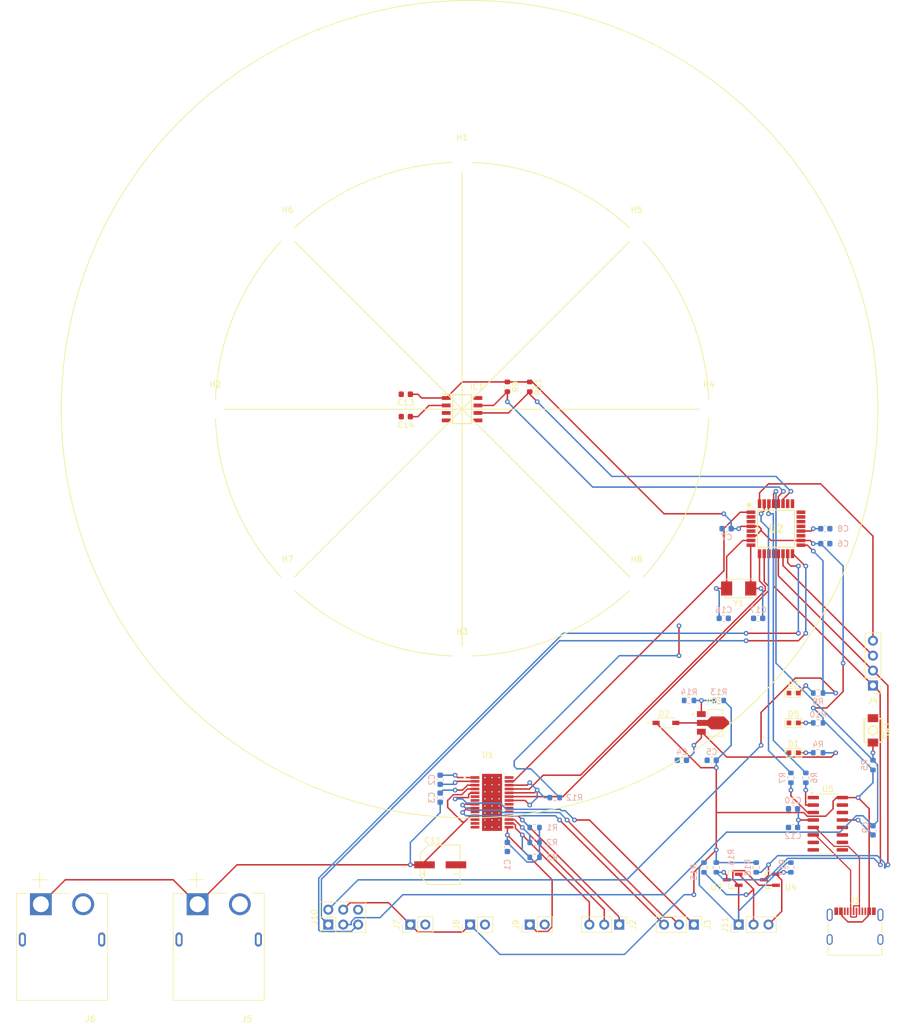
<source format=kicad_pcb>
(kicad_pcb (version 20240108) (generator "pcbnew") (generator_version "8.0")
  (layers (0 "F.Cu" signal) (31 "B.Cu" signal) (34 "B.Paste" user) (35 "F.Paste" user) (36 "B.SilkS" user "B.Silkscreen") (37 "F.SilkS" user "F.Silkscreen") (38 "B.Mask" user) (39 "F.Mask" user) (44 "Edge.Cuts" user))
  (net 0 "")
  (net 1 "GND")
  (net 2 "+3.3V")
  (net 3 "Net-(U1-CPL)")
  (net 4 "Net-(U1-CPH)")
  (net 5 "VCC")
  (net 6 "Net-(U1-VCP)")
  (net 7 "+5V")
  (net 8 "/aref")
  (net 9 "/rst")
  (net 10 "Net-(U5-~{DTR})")
  (net 11 "Net-(U5-V3)")
  (net 12 "Net-(IC1-VDD3V3)")
  (net 13 "Net-(D1-A)")
  (net 14 "Net-(VR1-OUTPUT)")
  (net 15 "Net-(D3-A)")
  (net 16 "Net-(D5-A)")
  (net 17 "/escl")
  (net 20 "/esda")
  (net 21 "/ud+")
  (net 22 "/ud-")
  (net 27 "/nSlp")
  (net 28 "/fault")
  (net 29 "/nRes")
  (net 30 "/out2")
  (net 31 "/out3")
  (net 32 "/out1")
  (net 33 "/aRX2")
  (net 34 "/aTX1")
  (net 35 "/aRX1")
  (net 36 "/aTX2")
  (net 37 "/uRX")
  (net 38 "Net-(U5-TXD)")
  (net 39 "/uTX")
  (net 40 "Net-(U5-RXD)")
  (net 41 "/sck")
  (net 42 "Net-(U2-PD7)")
  (net 43 "/en")
  (net 46 "/in1")
  (net 47 "/in2")
  (net 48 "/in3")
  (net 49 "/x2")
  (net 53 "/x1")
  (net 66 "Net-(VR1-ADJUSTMENT)")
  (net 71 "/miso")
  (net 72 "/mosi")
  (net 73 "/lvTX")
  (net 74 "/3vin")
  (net 75 "/lvRX")
  (footprint "MountingHole:MountingHole_3.2mm_M3" (layer "F.Cu") (at 252.55 209.55)
    (property "Reference" "H2")
    (property "Value" "motorMount")
  )
  (footprint "Connector_PinHeader_2.54mm:PinHeader_1x03_P2.54mm_Vertical" (layer "F.Cu") (at 334.01 297.18 -90)
    (property "Reference" "J3")
    (property "Value" "Conn_01x03")
  )
  (footprint "Connector_PinHeader_2.54mm:PinHeader_1x04_P2.54mm_Vertical" (layer "F.Cu") (at 364.49 256.53 180)
    (property "Reference" "J4")
    (property "Value" "Conn_01x04")
  )
  (footprint "AS5600-ASOT:SOIC127P600X175-8N" (layer "F.Cu") (at 294.55 209.55)
    (property "Reference" "IC1")
    (property "Value" "AS5600-ASOT")
  )
  (footprint "VT1V101M-CRE77:CAP-SMD_BD6.3-L6.6-W6.6-FD" (layer "F.Cu") (at 290.83 287.02)
    (property "Reference" "C11")
    (property "Value" "VT1V101M-CRE77")
  )
  (footprint "XT60PW-M:AMASS_XT60PW-M" (layer "F.Cu") (at 253.13 299.72 180)
    (property "Reference" "J5")
    (property "Value" "XT60PW-M")
  )
  (footprint "Connector_PinHeader_2.54mm:PinHeader_1x02_P2.54mm_Vertical" (layer "F.Cu") (at 306.07 297.18 90)
    (property "Reference" "J9")
    (property "Value" "Conn_01x02")
  )
  (footprint "MountingHole:MountingHole_3.2mm_M3" (layer "F.Cu") (at 324.248485 179.851515)
    (property "Reference" "H5")
    (property "Value" "motorMount")
  )
  (footprint "Connector_PinHeader_2.54mm:PinHeader_2x03_P2.54mm_Vertical" (layer "F.Cu") (at 271.78 297.18 90)
    (property "Reference" "J10")
    (property "Value" "Conn_02x03_Top_Bottom")
  )
  (footprint "Connector_PinHeader_2.54mm:PinHeader_1x03_P2.54mm_Vertical" (layer "F.Cu") (at 341.63 297.18 90)
    (property "Reference" "J11")
    (property "Value" "Conn_01x03")
  )
  (footprint "BSS138-7-F:SOT95P240X110-3N" (layer "F.Cu") (at 340.614 289.56 180)
    (property "Reference" "U3")
    (property "Value" "BSS138-7-F")
  )
  (footprint "KT-0603R:LED0603-RD" (layer "F.Cu") (at 350.9905 257.81)
    (property "Reference" "D3")
    (property "Value" "LED")
  )
  (footprint "Capacitor_SMD:C_0603_1608Metric" (layer "F.Cu") (at 284.975 207.01 180)
    (property "Reference" "C13")
    (property "Value" "100nF")
  )
  (footprint "XT60PW-M:AMASS_XT60PW-M" (layer "F.Cu") (at 226.46 299.72 180)
    (property "Reference" "J6")
    (property "Value" "XT60PW-M")
  )
  (footprint "Resistor_SMD:R_0603_1608Metric" (layer "F.Cu") (at 302.26 205.74 -90)
    (property "Reference" "R9")
    (property "Value" "4.7k")
  )
  (footprint "ABM3-16.000MHZ-B2-T:XTAL_ABM3-16.000MHZ-B2-T" (layer "F.Cu") (at 341.63 240.03 180)
    (property "Reference" "Y1")
    (property "Value" "ABM3-16MHZ")
  )
  (footprint "YTS-A011-2B:SW-SMD_L4.0-W3.0-LS4.6" (layer "F.Cu") (at 364.49 264.16 -90)
    (property "Reference" "SW1")
    (property "Value" "SW_Push")
  )
  (footprint "simpleFOC_led:LED0603-RD-YELLOW" (layer "F.Cu") (at 350.9905 267.9735)
    (property "Reference" "D1")
    (property "Value" "19-213/Y2C-CQ2R2L/3T(CY)")
  )
  (footprint "MountingHole:MountingHole_3.2mm_M3" (layer "F.Cu") (at 294.55 251.55)
    (property "Reference" "H3")
    (property "Value" "motorMount")
  )
  (footprint "MountingHole:MountingHole_3.2mm_M3" (layer "F.Cu") (at 264.851515 239.248485)
    (property "Reference" "H7")
    (property "Value" "motorMount")
  )
  (footprint "LM317LCPK:VREG_LM317LCPK" (layer "F.Cu") (at 337.28 262.89)
    (property "Reference" "VR1")
    (property "Value" "LM317LCPK")
  )
  (footprint "Connector_PinHeader_2.54mm:PinHeader_1x02_P2.54mm_Vertical" (layer "F.Cu") (at 295.91 297.18 90)
    (property "Reference" "J8")
    (property "Value" "Conn_01x02")
  )
  (footprint "MountingHole:MountingHole_3.2mm_M3" (layer "F.Cu") (at 264.851515 179.851515)
    (property "Reference" "H6")
    (property "Value" "motorMount")
  )
  (footprint "DRV8313PWPR:SOP65P640X120-29N" (layer "F.Cu") (at 299.65 276.4)
    (property "Reference" "U1")
    (property "Value" "DRV8313PWPR")
  )
  (footprint "MountingHole:MountingHole_3.2mm_M3" (layer "F.Cu") (at 294.55 167.55)
    (property "Reference" "H1")
    (property "Value" "motorMount")
  )
  (footprint "MountingHole:MountingHole_3.2mm_M3" (layer "F.Cu") (at 336.55 209.55)
    (property "Reference" "H4")
    (property "Value" "motorMount")
  )
  (footprint "KT-0603R:LED0603-RD" (layer "F.Cu") (at 350.9905 262.89)
    (property "Reference" "D5")
    (property "Value" "LED")
  )
  (footprint "Capacitor_SMD:C_0603_1608Metric" (layer "F.Cu") (at 284.975 210.82 180)
    (property "Reference" "C14")
    (property "Value" "1uF")
  )
  (footprint "ATMEGA328P-AU-NEW:QFP80P900X900X120-32N" (layer "F.Cu") (at 347.98 229.87)
    (property "Reference" "U2")
    (property "Value" "ATMEGA328P-AU" (hide yes))
  )
  (footprint "Package_SO:SOIC-16_3.9x9.9mm_P1.27mm" (layer "F.Cu") (at 356.805 280.035)
    (property "Reference" "U5")
    (property "Value" "CH340C")
  )
  (footprint "Resistor_SMD:R_0603_1608Metric" (layer "F.Cu") (at 306.07 205.74 -90)
    (property "Reference" "R11")
    (property "Value" "4.7k")
  )
  (footprint "1N5819HW-7-F:SOD3715X145N" (layer "F.Cu") (at 329.25 262.89)
    (property "Reference" "D2")
    (property "Value" "1N5819HW-7-F")
  )
  (footprint "BSS138-7-F:SOT95P240X110-3N" (layer "F.Cu") (at 346.964 289.56 180)
    (property "Reference" "U4")
    (property "Value" "BSS138-7-F")
  )
  (footprint "MountingHole:MountingHole_3.2mm_M3" (layer "F.Cu") (at 324.248485 239.248485)
    (property "Reference" "H8")
    (property "Value" "motorMount")
  )
  (footprint "Connector_PinHeader_2.54mm:PinHeader_1x03_P2.54mm_Vertical" (layer "F.Cu") (at 321.295 297.18 -90)
    (property "Reference" "J2")
    (property "Value" "Conn_01x03")
  )
  (footprint "Connector_PinHeader_2.54mm:PinHeader_1x02_P2.54mm_Vertical" (layer "F.Cu") (at 285.75 297.18 90)
    (property "Reference" "J7")
    (property "Value" "Conn_01x02")
  )
  (footprint "Connector_USB:USB_C_Receptacle_G-Switch_GT-USB-7010ASV" (layer "F.Cu") (at 361.44 298.645)
    (property "Reference" "J1")
    (property "Value" "USB_C_Receptacle_USB2.0")
  )
  (footprint "Resistor_SMD:R_0603_1608Metric" (layer "B.Cu") (at 338.265 259.08 180)
    (property "Reference" "R13")
    (property "Value" "200")
  )
  (footprint "Resistor_SMD:R_0603_1608Metric" (layer "B.Cu") (at 306.895 283.21)
    (property "Reference" "R2")
    (property "Value" "10k")
  )
  (footprint "Resistor_SMD:R_0603_1608Metric" (layer "B.Cu") (at 364.49 270.065 -90)
    (property "Reference" "R5")
    (property "Value" "10k")
  )
  (footprint "Capacitor_SMD:C_0603_1608Metric" (layer "B.Cu") (at 331.965 269.24 180)
    (property "Reference" "C4")
    (property "Value" ".1uF")
  )
  (footprint "Resistor_SMD:R_0603_1608Metric" (layer "B.Cu") (at 310.325 275.59 180)
    (property "Reference" "R12")
    (property "Value" "10k")
  )
  (footprint "Resistor_SMD:R_0603_1608Metric" (layer "B.Cu") (at 350.52 272.225 -90)
    (property "Reference" "R7")
    (property "Value" "1k")
  )
  (footprint "Resistor_SMD:R_0603_1608Metric" (layer "B.Cu") (at 344.615 287.465 -90)
    (property "Reference" "R18")
    (property "Value" "10k")
  )
  (footprint "Resistor_SMD:R_0603_1608Metric" (layer "B.Cu") (at 333.185 259.08 180)
    (property "Reference" "R14")
    (property "Value" "590")
  )
  (footprint "Capacitor_SMD:C_0603_1608Metric" (layer "B.Cu") (at 339.585 229.87)
    (property "Reference" "C7")
    (property "Value" "100nF")
  )
  (footprint "Capacitor_SMD:C_0603_1608Metric" (layer "B.Cu") (at 344.945 245.11 180)
    (property "Reference" "C17")
    (property "Value" "22pF")
  )
  (footprint "Capacitor_SMD:C_0603_1608Metric" (layer "B.Cu") (at 356.375 232.41 180)
    (property "Reference" "C8")
    (property "Value" "100nF")
  )
  (footprint "Capacitor_SMD:C_0603_1608Metric" (layer "B.Cu") (at 302.26 283.985 90)
    (property "Reference" "C1")
    (property "Value" "470nF")
  )
  (footprint "Capacitor_SMD:C_0603_1608Metric" (layer "B.Cu") (at 290.83 275.59 -90)
    (property "Reference" "C3")
    (property "Value" "100nF")
  )
  (footprint "Resistor_SMD:R_0603_1608Metric" (layer "B.Cu") (at 306.895 280.67)
    (property "Reference" "R1")
    (property "Value" "10k")
  )
  (footprint "Resistor_SMD:R_0603_1608Metric" (layer "B.Cu") (at 350.52 287.465 -90)
    (property "Reference" "R17")
    (property "Value" "10k")
  )
  (footprint "Capacitor_SMD:C_0603_1608Metric" (layer "B.Cu") (at 339.09 245.11 180)
    (property "Reference" "C16")
    (property "Value" "22pF")
  )
  (footprint "Resistor_SMD:R_0603_1608Metric" (layer "B.Cu") (at 355.155 262.89 180)
    (property "Reference" "R10")
    (property "Value" "1k")
  )
  (footprint "Capacitor_SMD:C_0603_1608Metric" (layer "B.Cu") (at 356.375 229.87)
    (property "Reference" "C6")
    (property "Value" "100nF")
  )
  (footprint "Capacitor_SMD:C_0603_1608Metric" (layer "B.Cu") (at 350.885 280.67)
    (property "Reference" "C12")
    (property "Value" "10nF")
  )
  (footprint "Resistor_SMD:R_0603_1608Metric" (layer "B.Cu") (at 337.82 287.465 -90)
    (property "Reference" "R16")
    (property "Value" "10k")
  )
  (footprint "Capacitor_SMD:C_0603_1608Metric" (layer "B.Cu") (at 350.885 277.495 180)
    (property "Reference" "C10")
    (property "Value" "1nF")
  )
  (footprint "Resistor_SMD:R_0603_1608Metric" (layer "B.Cu") (at 335.725 287.465 -90)
    (property "Reference" "R15")
    (property "Value" "10k")
  )
  (footprint "Capacitor_SMD:C_0603_1608Metric" (layer "B.Cu") (at 290.83 272.555 -90)
    (property "Reference" "C2")
    (property "Value" "100nF")
  )
  (footprint "Resistor_SMD:R_0603_1608Metric" (layer "B.Cu") (at 306.895 285.75)
    (property "Reference" "R3")
    (property "Value" "10k")
  )
  (footprint "Resistor_SMD:R_0603_1608Metric" (layer "B.Cu") (at 355.155 267.97 180)
    (property "Reference" "R4")
    (property "Value" "1k")
  )
  (footprint "Capacitor_SMD:C_0603_1608Metric" (layer "B.Cu") (at 337.045 269.24 180)
    (property "Reference" "C5")
    (property "Value" "1uF")
  )
  (footprint "Resistor_SMD:R_0603_1608Metric" (layer "B.Cu") (at 355.155 257.81)
    (property "Reference" "R8")
    (property "Value" "1k")
  )
  (footprint "Capacitor_SMD:C_0603_1608Metric" (layer "B.Cu") (at 364.49 281.165 -90)
    (property "Reference" "C9")
    (property "Value" "100nF")
  )
  (footprint "Resistor_SMD:R_0603_1608Metric" (layer "B.Cu") (at 353.06 272.225 90)
    (property "Reference" "R6")
    (property "Value" "1k")
  )
  (gr_line (start 294.55 209.55) (end 252.55 209.55) (stroke (width 0.15)) (layer "F.SilkS"))
  (gr_line (start 294.55 209.55) (end 336.55 209.55) (stroke (width 0.15)) (layer "F.SilkS"))
  (gr_circle (center 294.55 209.55) (end 336.55 209.55) (stroke (width 0.15)) (fill none) (layer "F.SilkS"))
  (gr_line (start 294.55 209.55) (end 324.248485 179.851515) (stroke (width 0.15)) (layer "F.SilkS"))
  (gr_line (start 294.55 209.55) (end 324.248485 239.248485) (stroke (width 0.15)) (layer "F.SilkS"))
  (gr_line (start 294.55 209.55) (end 264.851515 239.248485) (stroke (width 0.15)) (layer "F.SilkS"))
  (gr_line (start 294.55 209.55) (end 294.55 167.55) (stroke (width 0.15)) (layer "F.SilkS"))
  (gr_circle (center 295.82 209.55) (end 365.32 209.55) (stroke (width 0.15)) (fill none) (layer "F.SilkS"))
  (gr_line (start 294.55 209.55) (end 264.851515 179.851515) (stroke (width 0.15)) (layer "F.SilkS"))
  (gr_line (start 294.55 209.55) (end 294.55 251.55) (stroke (width 0.15)) (layer "F.SilkS"))
  (segment (start 291.85 211.455) (end 291.685 211.62) (width 0.25) (layer "F.Cu") (net 1))
  (segment (start 336.27 269.24) (end 336.55 269.24) (width 0.25) (layer "B.Cu") (net 1))
  (segment (start 309.88 289.56) (end 302.26 281.94) (width 0.25) (layer "F.Cu") (net 2))
  (segment (start 302.26 280.915) (end 302.55 280.625) (width 0.25) (layer "F.Cu") (net 2))
  (segment (start 307.245 298.355) (end 309.096701 298.355) (width 0.25) (layer "F.Cu") (net 2))
  (segment (start 309.88 297.571701) (end 309.88 289.56) (width 0.25) (layer "F.Cu") (net 2))
  (segment (start 302.26 281.94) (end 302.26 280.915) (width 0.25) (layer "F.Cu") (net 2))
  (segment (start 306.07 297.18) (end 307.245 298.355) (width 0.25) (layer "F.Cu") (net 2))
  (segment (start 309.096701 298.355) (end 309.88 297.571701) (width 0.25) (layer "F.Cu") (net 2))
  (via (at 302.26 281.94) (size 0.8) (drill 0.4) (layers "F.Cu" "B.Cu") (net 2))
  (segment (start 305.6 286.55) (end 302.26 283.21) (width 0.25) (layer "B.Cu") (net 2))
  (segment (start 302.26 283.21) (end 302.26 281.94) (width 0.25) (layer "B.Cu") (net 2))
  (segment (start 307.72 283.21) (end 307.72 285.75) (width 0.25) (layer "B.Cu") (net 2))
  (segment (start 307.72 280.67) (end 307.72 283.21) (width 0.25) (layer "B.Cu") (net 2))
  (segment (start 307.72 285.75) (end 306.92 286.55) (width 0.25) (layer "B.Cu") (net 2))
  (segment (start 306.92 286.55) (end 305.6 286.55) (width 0.25) (layer "B.Cu") (net 2))
  (segment (start 296.75 272.175) (end 293.765 272.175) (width 0.25) (layer "F.Cu") (net 3))
  (segment (start 293.765 272.175) (end 293.37 271.78) (width 0.25) (layer "F.Cu") (net 3))
  (via (at 293.37 271.78) (size 0.8) (drill 0.4) (layers "F.Cu" "B.Cu") (net 3))
  (segment (start 290.83 271.78) (end 293.37 271.78) (width 0.25) (layer "B.Cu") (net 3))
  (segment (start 293.595 272.825) (end 293.37 273.05) (width 0.25) (layer "F.Cu") (net 4))
  (segment (start 296.75 272.825) (end 293.595 272.825) (width 0.25) (layer "F.Cu") (net 4))
  (via (at 293.37 273.05) (size 0.8) (drill 0.4) (layers "F.Cu" "B.Cu") (net 4))
  (segment (start 293.09 273.33) (end 293.37 273.05) (width 0.25) (layer "B.Cu") (net 4))
  (segment (start 290.83 273.33) (end 293.09 273.33) (width 0.25) (layer "B.Cu") (net 4))
  (segment (start 249.53 293.72) (end 245.37 289.56) (width 0.25) (layer "F.Cu") (net 5))
  (segment (start 335.28 265.43) (end 334.01 266.7) (width 0.25) (layer "F.Cu") (net 5))
  (segment (start 296.75 274.125) (end 295.471396 274.125) (width 0.25) (layer "F.Cu") (net 5))
  (segment (start 295.471396 274.125) (end 294.506393 275.090003) (width 0.25) (layer "F.Cu") (net 5))
  (segment (start 294.561046 279.712747) (end 294.952747 279.712747) (width 0.25) (layer "F.Cu") (net 5))
  (segment (start 256.23 287.02) (end 249.53 293.72) (width 0.25) (layer "F.Cu") (net 5))
  (segment (start 357.408 268.702) (end 358.14 267.97) (width 0.25) (layer "F.Cu") (net 5))
  (segment (start 339.592 268.702) (end 357.408 268.702) (width 0.25) (layer "F.Cu") (net 5))
  (segment (start 288.16 287.02) (end 288.16 286.505494) (width 0.25) (layer "F.Cu") (net 5))
  (segment (start 293.069695 275.090003) (end 292.1 276.059698) (width 0.25) (layer "F.Cu") (net 5))
  (segment (start 335.28 264.39) (end 335.28 265.43) (width 0.25) (layer "F.Cu") (net 5))
  (segment (start 245.37 289.56) (end 227.02 289.56) (width 0.25) (layer "F.Cu") (net 5))
  (segment (start 292.1 277.251701) (end 294.561046 279.712747) (width 0.25) (layer "F.Cu") (net 5))
  (segment (start 285.75 287.02) (end 256.23 287.02) (width 0.25) (layer "F.Cu") (net 5))
  (segment (start 227.02 289.56) (end 222.86 293.72) (width 0.25) (layer "F.Cu") (net 5))
  (segment (start 335.28 264.39) (end 339.592 268.702) (width 0.25) (layer "F.Cu") (net 5))
  (segment (start 288.16 286.505494) (end 294.952747 279.712747) (width 0.25) (layer "F.Cu") (net 5))
  (segment (start 294.506393 275.090003) (end 293.069695 275.090003) (width 0.25) (layer "F.Cu") (net 5))
  (segment (start 288.16 287.02) (end 285.75 287.02) (width 0.25) (layer "F.Cu") (net 5))
  (segment (start 294.952747 279.712747) (end 295.990494 278.675) (width 0.25) (layer "F.Cu") (net 5))
  (segment (start 295.990494 278.675) (end 296.75 278.675) (width 0.25) (layer "F.Cu") (net 5))
  (segment (start 292.1 276.059698) (end 292.1 277.251701) (width 0.25) (layer "F.Cu") (net 5))
  (via (at 285.75 287.02) (size 0.8) (drill 0.4) (layers "F.Cu" "B.Cu") (net 5))
  (via (at 358.14 267.97) (size 0.8) (drill 0.4) (layers "F.Cu" "B.Cu") (net 5))
  (via (at 334.01 266.7) (size 0.8) (drill 0.4) (layers "F.Cu" "B.Cu") (net 5))
  (segment (start 334.01 267.97) (end 334.01 266.7) (width 0.25) (layer "B.Cu") (net 5))
  (segment (start 285.75 287.02) (end 285.75 283.21) (width 0.25) (layer "B.Cu") (net 5))
  (segment (start 355.98 267.97) (end 358.14 267.97) (width 0.25) (layer "B.Cu") (net 5))
  (segment (start 285.75 283.21) (end 290.83 278.13) (width 0.25) (layer "B.Cu") (net 5))
  (segment (start 290.83 278.13) (end 290.83 276.365) (width 0.25) (layer "B.Cu") (net 5))
  (segment (start 332.74 269.24) (end 334.01 267.97) (width 0.25) (layer "B.Cu") (net 5))
  (segment (start 295.485 273.475) (end 296.75 273.475) (width 0.25) (layer "F.Cu") (net 6))
  (segment (start 293.37 274.32) (end 294.64 274.32) (width 0.25) (layer "F.Cu") (net 6))
  (segment (start 294.64 274.32) (end 295.485 273.475) (width 0.25) (layer "F.Cu") (net 6))
  (via (at 293.37 274.32) (size 0.8) (drill 0.4) (layers "F.Cu" "B.Cu") (net 6))
  (segment (start 291.325 274.32) (end 290.83 274.815) (width 0.25) (layer "B.Cu") (net 6))
  (segment (start 293.37 274.32) (end 291.325 274.32) (width 0.25) (layer "B.Cu") (net 6))
  (segment (start 361.95 275.59) (end 359.28 275.59) (width 0.25) (layer "F.Cu") (net 7))
  (segment (start 363.665 295.715051) (end 362.650051 296.73) (width 0.25) (layer "F.Cu") (net 7))
  (segment (start 343.81 229.47) (end 342.03 229.47) (width 0.25) (layer "F.Cu") (net 7))
  (segment (start 362.650051 296.73) (end 360.229949 296.73) (width 0.25) (layer "F.Cu") (net 7))
  (segment (start 274.32 294.64) (end 275.495 293.465) (width 0.25) (layer "F.Cu") (net 7))
  (segment (start 337.82 278.13) (end 337.82 284.48) (width 0.25) (layer "F.Cu") (net 7))
  (segment (start 359.215 295.715051) (end 359.215 295.095) (width 0.25) (layer "F.Cu") (net 7))
  (segment (start 291.85 207.645) (end 294.58 204.915) (width 0.25) (layer "F.Cu") (net 7))
  (segment (start 357.705908 276.189093) (end 358.305001 275.59) (width 0.25) (layer "F.Cu") (net 7))
  (segment (start 358.305001 275.59) (end 359.28 275.59) (width 0.25) (layer "F.Cu") (net 7))
  (segment (start 306.515 204.915) (end 328.93 227.33) (width 0.25) (layer "F.Cu") (net 7))
  (segment (start 343.81 231.07) (end 344.545 231.07) (width 0.25) (layer "F.Cu") (net 7))
  (segment (start 285.75 297.18) (end 287.02 298.45) (width 0.25) (layer "F.Cu") (net 7))
  (segment (start 356.435908 278.755) (end 357.705908 277.485) (width 0.25) (layer "F.Cu") (net 7))
  (segment (start 334.01 288.29) (end 334.01 292.1) (width 0.25) (layer "F.Cu") (net 7))
  (segment (start 353.79 231.87) (end 352.15 231.87) (width 0.25) (layer "F.Cu") (net 7))
  (segment (start 354.33 232.41) (end 353.79 231.87) (width 0.25) (layer "F.Cu") (net 7))
  (segment (start 337.82 284.48) (end 334.01 288.29) (width 0.25) (layer "F.Cu") (net 7))
  (segment (start 354.33 260.35) (end 356.625305 260.35) (width 0.25) (layer "F.Cu") (net 7))
  (segment (start 294.58 204.915) (end 302.26 204.915) (width 0.25) (layer "F.Cu") (net 7))
  (segment (start 347.135 231.87) (end 345.44 230.175) (width 0.25) (layer "F.Cu") (net 7))
  (segment (start 285.75 207.01) (end 287.02 207.01) (width 0.25) (layer "F.Cu") (net 7))
  (segment (start 359.41 257.565305) (end 359.41 252.73) (width 0.25) (layer "F.Cu") (net 7))
  (segment (start 344.545 231.07) (end 345.44 230.175) (width 0.25) (layer "F.Cu") (net 7))
  (segment (start 337.82 270.51) (end 337.82 278.13) (width 0.25) (layer "F.Cu") (net 7))
  (segment (start 328.93 227.33) (end 339.09 227.33) (width 0.25) (layer "F.Cu") (net 7))
  (segment (start 357.705908 277.485) (end 357.705908 276.189093) (width 0.25) (layer "F.Cu") (net 7))
  (segment (start 353.304092 278.755) (end 356.435908 278.755) (width 0.25) (layer "F.Cu") (net 7))
  (segment (start 363.84 295.29) (end 363.665 295.465) (width 0.25) (layer "F.Cu") (net 7))
  (segment (start 337.82 278.13) (end 352.679092 278.13) (width 0.25) (layer "F.Cu") (net 7))
  (segment (start 302.26 204.915) (end 306.07 204.915) (width 0.25) (layer "F.Cu") (net 7))
  (segment (start 282.035 293.465) (end 285.75 297.18) (width 0.25) (layer "F.Cu") (net 7))
  (segment (start 356.625305 260.35) (end 359.41 257.565305) (width 0.25) (layer "F.Cu") (net 7))
  (segment (start 363.84 294.92) (end 363.84 295.29) (width 0.25) (layer "F.Cu") (net 7))
  (segment (start 352.15 231.87) (end 347.135 231.87) (width 0.25) (layer "F.Cu") (net 7))
  (segment (start 363.84 277.48) (end 361.95 275.59) (width 0.25) (layer "F.Cu") (net 7))
  (segment (start 359.215 295.095) (end 359.04 294.92) (width 0.25) (layer "F.Cu") (net 7))
  (segment (start 287.02 207.01) (end 287.655 207.645) (width 0.25) (layer "F.Cu") (net 7))
  (segment (start 352.679092 278.13) (end 353.304092 278.755) (width 0.25) (layer "F.Cu") (net 7))
  (segment (start 327.57 262.89) (end 335.19 270.51) (width 0.25) (layer "F.Cu") (net 7))
  (segment (start 345.04 229.47) (end 343.81 229.47) (width 0.25) (layer "F.Cu") (net 7))
  (segment (start 306.07 204.915) (end 306.515 204.915) (width 0.25) (layer "F.Cu") (net 7))
  (segment (start 345.44 230.175) (end 345.44 229.87) (width 0.25) (layer "F.Cu") (net 7))
  (segment (start 335.19 270.51) (end 337.82 270.51) (width 0.25) (layer "F.Cu") (net 7))
  (segment (start 363.665 295.465) (end 363.665 295.715051) (width 0.25) (layer "F.Cu") (net 7))
  (segment (start 360.229949 296.73) (end 359.215 295.715051) (width 0.25) (layer "F.Cu") (net 7))
  (segment (start 275.495 293.465) (end 282.035 293.465) (width 0.25) (layer "F.Cu") (net 7))
  (segment (start 294.64 298.45) (end 295.91 297.18) (width 0.25) (layer "F.Cu") (net 7))
  (segment (start 345.44 229.87) (end 345.04 229.47) (width 0.25) (layer "F.Cu") (net 7))
  (segment (start 342.03 229.47) (end 341.63 229.87) (width 0.25) (layer "F.Cu") (net 7))
  (segment (start 287.655 207.645) (end 291.85 207.645) (width 0.25) (layer "F.Cu") (net 7))
  (segment (start 287.02 298.45) (end 294.64 298.45) (width 0.25) (layer "F.Cu") (net 7))
  (segment (start 363.84 294.92) (end 363.84 277.48) (width 0.25) (layer "F.Cu") (net 7))
  (via (at 337.82 284.48) (size 0.8) (drill 0.4) (layers "F.Cu" "B.Cu") (net 7))
  (via (at 354.33 260.35) (size 0.8) (drill 0.4) (layers "F.Cu" "B.Cu") (net 7))
  (via (at 361.95 275.59) (size 0.8) (drill 0.4) (layers "F.Cu" "B.Cu") (net 7))
  (via (at 337.82 270.51) (size 0.8) (drill 0.4) (layers "F.Cu" "B.Cu") (net 7))
  (via (at 359.41 252.73) (size 0.8) (drill 0.4) (layers "F.Cu" "B.Cu") (net 7))
  (via (at 334.01 292.1) (size 0.8) (drill 0.4) (layers "F.Cu" "B.Cu") (net 7))
  (via (at 341.63 229.87) (size 0.8) (drill 0.4) (layers "F.Cu" "B.Cu") (net 7))
  (via (at 354.33 232.41) (size 0.8) (drill 0.4) (layers "F.Cu" "B.Cu") (net 7))
  (via (at 339.09 227.33) (size 0.8) (drill 0.4) (layers "F.Cu" "B.Cu") (net 7))
  (segment (start 337.82 286.64) (end 344.615 286.64) (width 0.25) (layer "B.Cu") (net 7))
  (segment (start 322.188299 302.26) (end 332.348299 292.1) (width 0.25) (layer "B.Cu") (net 7))
  (segment (start 340.36 229.87) (end 341.63 229.87) (width 0.25) (layer "B.Cu") (net 7))
  (segment (start 355.98 262) (end 354.33 260.35) (width 0.25) (layer "B.Cu") (net 7))
  (segment (start 340.36 260.35) (end 340.36 266.7) (width 0.25) (layer "B.Cu") (net 7))
  (segment (start 339.09 259.08) (end 340.36 260.35) (width 0.25) (layer "B.Cu") (net 7))
  (segment (start 300.99 302.26) (end 322.188299 302.26) (width 0.25) (layer "B.Cu") (net 7))
  (segment (start 332.348299 292.1) (end 334.01 292.1) (width 0.25) (layer "B.Cu") (net 7))
  (segment (start 355.98 262.89) (end 355.98 262) (width 0.25) (layer "B.Cu") (net 7))
  (segment (start 355.6 232.41) (end 354.33 232.41) (width 0.25) (layer "B.Cu") (net 7))
  (segment (start 337.82 269.24) (end 337.82 270.51) (width 0.25) (layer "B.Cu") (net 7))
  (segment (start 340.36 229.87) (end 340.36 228.6) (width 0.25) (layer "B.Cu") (net 7))
  (segment (start 364.49 270.89) (end 364.49 273.05) (width 0.25) (layer "B.Cu") (net 7))
  (segment (start 337.82 286.64) (end 337.82 284.48) (width 0.25) (layer "B.Cu") (net 7))
  (segment (start 356.49 262.89) (end 364.49 270.89) (width 0.25) (layer "B.Cu") (net 7))
  (segment (start 340.36 266.7) (end 337.82 269.24) (width 0.25) (layer "B.Cu") (net 7))
  (segment (start 364.49 273.05) (end 361.95 275.59) (width 0.25) (layer "B.Cu") (net 7))
  (segment (start 340.36 228.6) (end 339.09 227.33) (width 0.25) (layer "B.Cu") (net 7))
  (segment (start 355.98 262.89) (end 356.49 262.89) (width 0.25) (layer "B.Cu") (net 7))
  (segment (start 295.91 297.18) (end 300.99 302.26) (width 0.25) (layer "B.Cu") (net 7))
  (segment (start 359.41 252.73) (end 359.41 236.22) (width 0.25) (layer "B.Cu") (net 7))
  (segment (start 359.41 236.22) (end 355.6 232.41) (width 0.25) (layer "B.Cu") (net 7))
  (segment (start 353.93 230.27) (end 352.15 230.27) (width 0.25) (layer "F.Cu") (net 8))
  (segment (start 354.33 229.87) (end 353.93 230.27) (width 0.25) (layer "F.Cu") (net 8))
  (via (at 354.33 229.87) (size 0.8) (drill 0.4) (layers "F.Cu" "B.Cu") (net 8))
  (segment (start 355.6 229.87) (end 354.33 229.87) (width 0.25) (layer "B.Cu") (net 8))
  (segment (start 347.58 225.7) (end 347.58 223.92) (width 0.25) (layer "F.Cu") (net 9))
  (segment (start 347.58 223.92) (end 347.98 223.52) (width 0.25) (layer "F.Cu") (net 9))
  (segment (start 364.49 266.235) (end 364.49 267.97) (width 0.25) (layer "F.Cu") (net 9))
  (via (at 347.98 223.52) (size 0.8) (drill 0.4) (layers "F.Cu" "B.Cu") (net 9))
  (via (at 364.49 267.97) (size 0.8) (drill 0.4) (layers "F.Cu" "B.Cu") (net 9))
  (segment (start 280.575 296.005) (end 284.48 292.1) (width 0.25) (layer "B.Cu") (net 9))
  (segment (start 364.49 269.24) (end 365.29 270.04) (width 0.25) (layer "B.Cu") (net 9))
  (segment (start 358.854695 281.47) (end 361.649695 278.675) (width 0.25) (layer "B.Cu") (net 9))
  (segment (start 339.56 281.47) (end 358.854695 281.47) (width 0.25) (layer "B.Cu") (net 9))
  (segment (start 364.49 269.24) (end 364.49 267.97) (width 0.25) (layer "B.Cu") (net 9))
  (segment (start 276.373299 296.005) (end 280.575 296.005) (width 0.25) (layer "B.Cu") (net 9))
  (segment (start 347.98 252.73) (end 364.49 269.24) (width 0.25) (layer "B.Cu") (net 9))
  (segment (start 275.685 296.693299) (end 276.373299 296.005) (width 0.25) (layer "B.Cu") (net 9))
  (segment (start 347.98 223.52) (end 347.98 252.73) (width 0.25) (layer "B.Cu") (net 9))
  (segment (start 328.93 292.1) (end 339.56 281.47) (width 0.25) (layer "B.Cu") (net 9))
  (segment (start 365.29 270.04) (end 365.29 279.59) (width 0.25) (layer "B.Cu") (net 9))
  (segment (start 365.29 279.59) (end 364.49 280.39) (width 0.25) (layer "B.Cu") (net 9))
  (segment (start 274.32 297.18) (end 275.685 297.18) (width 0.25) (layer "B.Cu") (net 9))
  (segment (start 361.649695 278.675) (end 362.775 278.675) (width 0.25) (layer "B.Cu") (net 9))
  (segment (start 284.48 292.1) (end 328.93 292.1) (width 0.25) (layer "B.Cu") (net 9))
  (segment (start 275.685 297.18) (end 275.685 296.693299) (width 0.25) (layer "B.Cu") (net 9))
  (segment (start 362.775 278.675) (end 364.49 280.39) (width 0.25) (layer "B.Cu") (net 9))
  (segment (start 361.95 279.4) (end 359.28 279.4) (width 0.25) (layer "F.Cu") (net 10))
  (via (at 361.95 279.4) (size 0.8) (drill 0.4) (layers "F.Cu" "B.Cu") (net 10))
  (segment (start 364.49 281.94) (end 361.95 279.4) (width 0.25) (layer "B.Cu") (net 10))
  (segment (start 354.33 279.4) (end 351.79 279.4) (width 0.25) (layer "F.Cu") (net 11))
  (via (at 351.79 279.4) (size 0.8) (drill 0.4) (layers "F.Cu" "B.Cu") (net 11))
  (segment (start 351.79 279.4) (end 351.79 280.54) (width 0.25) (layer "B.Cu") (net 11))
  (segment (start 351.79 280.54) (end 351.66 280.67) (width 0.25) (layer "B.Cu") (net 11))
  (segment (start 351.79 279.4) (end 351.79 277.625) (width 0.25) (layer "B.Cu") (net 11))
  (segment (start 351.79 277.625) (end 351.66 277.495) (width 0.25) (layer "B.Cu") (net 11))
  (segment (start 287.02 210.82) (end 288.925 208.915) (width 0.25) (layer "F.Cu") (net 12))
  (segment (start 285.75 210.82) (end 287.02 210.82) (width 0.25) (layer "F.Cu") (net 12))
  (segment (start 288.925 208.915) (end 291.85 208.915) (width 0.25) (layer "F.Cu") (net 12))
  (segment (start 353.06 267.97) (end 351.79 267.97) (width 0.25) (layer "F.Cu") (net 13))
  (via (at 353.06 267.97) (size 0.8) (drill 0.4) (layers "F.Cu" "B.Cu") (net 13))
  (segment (start 354.33 267.97) (end 353.06 267.97) (width 0.25) (layer "B.Cu") (net 13))
  (segment (start 330.93 262.89) (end 335.28 262.89) (width 0.25) (layer "F.Cu") (net 14))
  (segment (start 353.06 256.54) (end 351.79 257.81) (width 0.25) (layer "F.Cu") (net 15))
  (via (at 353.06 256.54) (size 0.8) (drill 0.4) (layers "F.Cu" "B.Cu") (net 15))
  (segment (start 354.33 257.81) (end 353.06 256.54) (width 0.25) (layer "B.Cu") (net 15))
  (segment (start 353.06 262.89) (end 351.79 262.89) (width 0.25) (layer "F.Cu") (net 16))
  (via (at 353.06 262.89) (size 0.8) (drill 0.4) (layers "F.Cu" "B.Cu") (net 16))
  (segment (start 354.33 262.89) (end 353.06 262.89) (width 0.25) (layer "B.Cu") (net 16))
  (segment (start 302.26 206.565) (end 302.26 208.28) (width 0.25) (layer "F.Cu") (net 17))
  (segment (start 348.38 225.7) (end 348.38 224.39) (width 0.25) (layer "F.Cu") (net 17))
  (segment (start 299.91 208.915) (end 297.25 208.915) (width 0.25) (layer "F.Cu") (net 17))
  (segment (start 348.38 224.39) (end 349.25 223.52) (width 0.25) (layer "F.Cu") (net 17))
  (segment (start 302.26 206.565) (end 299.91 208.915) (width 0.25) (layer "F.Cu") (net 17))
  (via (at 349.25 223.52) (size 0.8) (drill 0.4) (layers "F.Cu" "B.Cu") (net 17))
  (via (at 302.26 208.28) (size 0.8) (drill 0.4) (layers "F.Cu" "B.Cu") (net 17))
  (segment (start 348.525 222.795) (end 349.25 223.52) (width 0.25) (layer "B.Cu") (net 17))
  (segment (start 302.26 208.28) (end 316.775 222.795) (width 0.25) (layer "B.Cu") (net 17))
  (segment (start 316.775 222.795) (end 348.525 222.795) (width 0.25) (layer "B.Cu") (net 17))
  (segment (start 302.45 210.185) (end 297.25 210.185) (width 0.25) (layer "F.Cu") (net 20))
  (segment (start 306.07 206.565) (end 306.07 207.01) (width 0.25) (layer "F.Cu") (net 20))
  (segment (start 349.18 225.7) (end 349.18 224.86) (width 0.25) (layer "F.Cu") (net 20))
  (segment (start 306.07 206.565) (end 302.45 210.185) (width 0.25) (layer "F.Cu") (net 20))
  (segment (start 306.07 207.01) (end 307.34 208.28) (width 0.25) (layer "F.Cu") (net 20))
  (segment (start 349.18 224.86) (end 350.52 223.52) (width 0.25) (layer "F.Cu") (net 20))
  (via (at 307.34 208.28) (size 0.8) (drill 0.4) (layers "F.Cu" "B.Cu") (net 20))
  (via (at 350.52 223.52) (size 0.8) (drill 0.4) (layers "F.Cu" "B.Cu") (net 20))
  (segment (start 347.98 220.98) (end 350.52 223.52) (width 0.25) (layer "B.Cu") (net 20))
  (segment (start 320.04 220.98) (end 347.98 220.98) (width 0.25) (layer "B.Cu") (net 20))
  (segment (start 307.34 208.28) (end 320.04 220.98) (width 0.25) (layer "B.Cu") (net 20))
  (segment (start 361.19 294.05) (end 361.24 294) (width 0.2) (layer "F.Cu") (net 21))
  (segment (start 354.675552 280.67) (end 354.33 280.67) (width 0.2) (layer "F.Cu") (net 21))
  (segment (start 362.19 294.05) (end 362.19 285.774448) (width 0.2) (layer "F.Cu") (net 21))
  (segment (start 357.885552 283.88) (end 354.675552 280.67) (width 0.2) (layer "F.Cu") (net 21))
  (segment (start 361.24 294) (end 362.14 294) (width 0.2) (layer "F.Cu") (net 21))
  (segment (start 362.19 294.05) (end 362.19 294.92) (width 0.2) (layer "F.Cu") (net 21))
  (segment (start 362.19 285.774448) (end 360.295552 283.88) (width 0.2) (layer "F.Cu") (net 21))
  (segment (start 361.19 294.92) (end 361.19 294.05) (width 0.2) (layer "F.Cu") (net 21))
  (segment (start 362.14 294) (end 362.19 294.05) (width 0.2) (layer "F.Cu") (net 21))
  (segment (start 360.295552 283.88) (end 357.885552 283.88) (width 0.2) (layer "F.Cu") (net 21))
  (segment (start 360.69 295.79) (end 360.69 294.92) (width 0.2) (layer "F.Cu") (net 22))
  (segment (start 360.81 295.91) (end 360.69 295.79) (width 0.2) (layer "F.Cu") (net 22))
  (segment (start 354.675552 281.94) (end 354.33 281.94) (width 0.2) (layer "F.Cu") (net 22))
  (segment (start 361.69 294.92) (end 361.69 295.79) (width 0.2) (layer "F.Cu") (net 22))
  (segment (start 360.69 287.954448) (end 354.675552 281.94) (width 0.2) (layer "F.Cu") (net 22))
  (segment (start 361.69 295.79) (end 361.57 295.91) (width 0.2) (layer "F.Cu") (net 22))
  (segment (start 361.57 295.91) (end 360.81 295.91) (width 0.2) (layer "F.Cu") (net 22))
  (segment (start 360.69 294.92) (end 360.69 287.954448) (width 0.2) (layer "F.Cu") (net 22))
  (segment (start 303.455 279.325) (end 302.55 279.325) (width 0.25) (layer "F.Cu") (net 27))
  (segment (start 318.755 294.625) (end 304.8 280.67) (width 0.25) (layer "F.Cu") (net 27))
  (segment (start 318.755 297.18) (end 318.755 294.625) (width 0.25) (layer "F.Cu") (net 27))
  (segment (start 304.8 280.67) (end 303.455 279.325) (width 0.25) (layer "F.Cu") (net 27))
  (via (at 304.8 280.67) (size 0.8) (drill 0.4) (layers "F.Cu" "B.Cu") (net 27))
  (segment (start 306.07 283.21) (end 306.07 281.94) (width 0.25) (layer "B.Cu") (net 27))
  (segment (start 306.07 281.94) (end 304.8 280.67) (width 0.25) (layer "B.Cu") (net 27))
  (segment (start 321.295 295.895) (end 304.8 279.4) (width 0.25) (layer "F.Cu") (net 28))
  (segment (start 321.295 297.18) (end 321.295 295.895) (width 0.25) (layer "F.Cu") (net 28))
  (segment (start 304.075 278.675) (end 302.55 278.675) (width 0.25) (layer "F.Cu") (net 28))
  (segment (start 304.8 279.4) (end 304.075 278.675) (width 0.25) (layer "F.Cu") (net 28))
  (via (at 304.8 279.4) (size 0.8) (drill 0.4) (layers "F.Cu" "B.Cu") (net 28))
  (segment (start 306.07 280.67) (end 304.8 279.4) (width 0.25) (layer "B.Cu") (net 28))
  (segment (start 303.309506 279.975) (end 302.55 279.975) (width 0.25) (layer "F.Cu") (net 29))
  (segment (start 303.625 280.290494) (end 303.309506 279.975) (width 0.25) (layer "F.Cu") (net 29))
  (segment (start 303.625 280.765) (end 303.625 280.290494) (width 0.25) (layer "F.Cu") (net 29))
  (segment (start 316.215 293.355) (end 304.8 281.94) (width 0.25) (layer "F.Cu") (net 29))
  (segment (start 304.8 281.94) (end 303.625 280.765) (width 0.25) (layer "F.Cu") (net 29))
  (segment (start 316.215 297.18) (end 316.215 293.355) (width 0.25) (layer "F.Cu") (net 29))
  (via (at 304.8 281.94) (size 0.8) (drill 0.4) (layers "F.Cu" "B.Cu") (net 29))
  (segment (start 304.8 284.48) (end 304.8 281.94) (width 0.25) (layer "B.Cu") (net 29))
  (segment (start 306.07 285.75) (end 304.8 284.48) (width 0.25) (layer "B.Cu") (net 29))
  (segment (start 294.775 276.725) (end 294.64 276.86) (width 0.25) (layer "F.Cu") (net 30))
  (segment (start 296.75 276.725) (end 294.775 276.725) (width 0.25) (layer "F.Cu") (net 30))
  (segment (start 328.93 295.91) (end 312.42 279.4) (width 0.25) (layer "F.Cu") (net 30))
  (segment (start 331.47 297.18) (end 330.2 295.91) (width 0.25) (layer "F.Cu") (net 30))
  (segment (start 330.2 295.91) (end 328.93 295.91) (width 0.25) (layer "F.Cu") (net 30))
  (via (at 312.42 279.4) (size 0.8) (drill 0.4) (layers "F.Cu" "B.Cu") (net 30))
  (via (at 294.64 276.86) (size 0.8) (drill 0.4) (layers "F.Cu" "B.Cu") (net 30))
  (segment (start 311.15 278.13) (end 301.451751 278.13) (width 0.25) (layer "B.Cu") (net 30))
  (segment (start 312.42 279.4) (end 311.15 278.13) (width 0.25) (layer "B.Cu") (net 30))
  (segment (start 295.505 277.725) (end 294.64 276.86) (width 0.25) (layer "B.Cu") (net 30))
  (segment (start 301.046751 277.725) (end 295.505 277.725) (width 0.25) (layer "B.Cu") (net 30))
  (segment (start 301.451751 278.13) (end 301.046751 277.725) (width 0.25) (layer "B.Cu") (net 30))
  (segment (start 295.395 277.375) (end 294.64 278.13) (width 0.25) (layer "F.Cu") (net 31))
  (segment (start 328.93 297.18) (end 311.15 279.4) (width 0.25) (layer "F.Cu") (net 31))
  (segment (start 296.75 277.375) (end 295.395 277.375) (width 0.25) (layer "F.Cu") (net 31))
  (via (at 294.64 278.13) (size 0.8) (drill 0.4) (layers "F.Cu" "B.Cu") (net 31))
  (via (at 311.15 279.4) (size 0.8) (drill 0.4) (layers "F.Cu" "B.Cu") (net 31))
  (segment (start 295.185 278.675) (end 294.64 278.13) (width 0.25) (layer "B.Cu") (net 31))
  (segment (start 311.15 279.4) (end 310.425 278.675) (width 0.25) (layer "B.Cu") (net 31))
  (segment (start 310.425 278.675) (end 295.185 278.675) (width 0.25) (layer "B.Cu") (net 31))
  (segment (start 316.23 279.4) (end 313.69 279.4) (width 0.25) (layer "F.Cu") (net 32))
  (segment (start 295.990494 274.775) (end 296.75 274.775) (width 0.25) (layer "F.Cu") (net 32))
  (segment (start 334.01 297.18) (end 316.23 279.4) (width 0.25) (layer "F.Cu") (net 32))
  (segment (start 295.675 275.59) (end 295.675 275.090494) (width 0.25) (layer "F.Cu") (net 32))
  (segment (start 295.675 275.090494) (end 295.990494 274.775) (width 0.25) (layer "F.Cu") (net 32))
  (segment (start 293.595003 275.59) (end 295.675 275.59) (width 0.25) (layer "F.Cu") (net 32))
  (segment (start 293.37 275.815003) (end 293.595003 275.59) (width 0.25) (layer "F.Cu") (net 32))
  (via (at 293.37 275.815003) (size 0.8) (drill 0.4) (layers "F.Cu" "B.Cu") (net 32))
  (via (at 313.69 279.4) (size 0.8) (drill 0.4) (layers "F.Cu" "B.Cu") (net 32))
  (segment (start 313.69 279.4) (end 312.101802 277.811802) (width 0.25) (layer "B.Cu") (net 32))
  (segment (start 294.620308 275.815003) (end 293.37 275.815003) (width 0.25) (layer "B.Cu") (net 32))
  (segment (start 311.468198 277.811802) (end 311.241396 277.585) (width 0.25) (layer "B.Cu") (net 32))
  (segment (start 312.101802 277.811802) (end 311.468198 277.811802) (width 0.25) (layer "B.Cu") (net 32))
  (segment (start 311.241396 277.585) (end 302.106751 277.585) (width 0.25) (layer "B.Cu") (net 32))
  (segment (start 302.106751 277.585) (end 301.046751 276.525) (width 0.25) (layer "B.Cu") (net 32))
  (segment (start 295.330305 276.525) (end 294.620308 275.815003) (width 0.25) (layer "B.Cu") (net 32))
  (segment (start 301.046751 276.525) (end 295.330305 276.525) (width 0.25) (layer "B.Cu") (net 32))
  (segment (start 349.18 236.14) (end 349.18 234.04) (width 0.25) (layer "F.Cu") (net 33))
  (segment (start 364.49 251.45) (end 349.18 236.14) (width 0.25) (layer "F.Cu") (net 33))
  (segment (start 364.49 253.99) (end 367.03 256.53) (width 0.25) (layer "F.Cu") (net 34))
  (segment (start 367.03 256.53) (end 367.03 287.02) (width 0.25) (layer "F.Cu") (net 34))
  (segment (start 346.71 287.02) (end 346.71 288.798) (width 0.25) (layer "F.Cu") (net 34))
  (segment (start 348.38 237.88) (end 348.38 234.04) (width 0.25) (layer "F.Cu") (net 34))
  (segment (start 364.49 253.99) (end 348.38 237.88) (width 0.25) (layer "F.Cu") (net 34))
  (segment (start 346.71 288.798) (end 345.948 289.56) (width 0.25) (layer "F.Cu") (net 34))
  (via (at 346.71 287.02) (size 0.8) (drill 0.4) (layers "F.Cu" "B.Cu") (net 34))
  (via (at 367.03 287.02) (size 0.8) (drill 0.4) (layers "F.Cu" "B.Cu") (net 34))
  (segment (start 345.44 288.29) (end 346.71 287.02) (width 0.25) (layer "B.Cu") (net 34))
  (segment (start 367.03 287.02) (end 366.485 287.565) (width 0.25) (layer "B.Cu") (net 34))
  (segment (start 344.615 288.29) (end 345.44 288.29) (width 0.25) (layer "B.Cu") (net 34))
  (segment (start 366.485 286.719695) (end 365.230305 285.465) (width 0.25) (layer "B.Cu") (net 34))
  (segment (start 365.230305 285.465) (end 348.265 285.465) (width 0.25) (layer "B.Cu") (net 34))
  (segment (start 348.265 285.465) (end 346.71 287.02) (width 0.25) (layer "B.Cu") (net 34))
  (segment (start 366.485 287.565) (end 366.485 286.719695) (width 0.25) (layer "B.Cu") (net 34))
  (segment (start 364.49 256.53) (end 365.715 257.755) (width 0.25) (layer "F.Cu") (net 35))
  (segment (start 347.58 239.62) (end 347.58 234.04) (width 0.25) (layer "F.Cu") (net 35))
  (segment (start 365.715 257.755) (end 365.76 287.02) (width 0.25) (layer "F.Cu") (net 35))
  (segment (start 364.49 256.53) (end 347.58 239.62) (width 0.25) (layer "F.Cu") (net 35))
  (segment (start 339.598 288.798) (end 339.09 288.29) (width 0.25) (layer "F.Cu") (net 35))
  (segment (start 339.598 289.56) (end 339.598 288.798) (width 0.25) (layer "F.Cu") (net 35))
  (segment (start 365.76 287.02) (end 365.715 286.975) (width 0.25) (layer "F.Cu") (net 35))
  (via (at 339.09 288.29) (size 0.8) (drill 0.4) (layers "F.Cu" "B.Cu") (net 35))
  (via (at 365.76 287.02) (size 0.8) (drill 0.4) (layers "F.Cu" "B.Cu") (net 35))
  (segment (start 364.655 285.915) (end 349.963299 285.915) (width 0.25) (layer "B.Cu") (net 35))
  (segment (start 346.318299 289.56) (end 339.09 289.56) (width 0.25) (layer "B.Cu") (net 35))
  (segment (start 349.963299 285.915) (end 346.318299 289.56) (width 0.25) (layer "B.Cu") (net 35))
  (segment (start 365.76 287.02) (end 364.655 285.915) (width 0.25) (layer "B.Cu") (net 35))
  (segment (start 337.82 288.29) (end 339.09 288.29) (width 0.25) (layer "B.Cu") (net 35))
  (segment (start 339.09 289.56) (end 337.82 288.29) (width 0.25) (layer "B.Cu") (net 35))
  (segment (start 346.71 222.25) (end 345.18 223.78) (width 0.25) (layer "F.Cu") (net 36))
  (segment (start 355.6 222.25) (end 346.71 222.25) (width 0.25) (layer "F.Cu") (net 36))
  (segment (start 345.18 223.78) (end 345.18 225.7) (width 0.25) (layer "F.Cu") (net 36))
  (segment (start 364.49 231.14) (end 355.6 222.25) (width 0.25) (layer "F.Cu") (net 36))
  (segment (start 364.49 248.91) (end 364.49 231.14) (width 0.25) (layer "F.Cu") (net 36))
  (segment (start 346.71 225.77) (end 346.78 225.7) (width 0.25) (layer "F.Cu") (net 37))
  (segment (start 346.71 227.33) (end 346.71 225.77) (width 0.25) (layer "F.Cu") (net 37))
  (via (at 346.71 227.33) (size 0.8) (drill 0.4) (layers "F.Cu" "B.Cu") (net 37))
  (segment (start 347.53 227.33) (end 346.71 227.33) (width 0.25) (layer "B.Cu") (net 37))
  (segment (start 353.06 271.4) (end 347.53 265.87) (width 0.25) (layer "B.Cu") (net 37))
  (segment (start 347.53 265.87) (end 347.53 227.33) (width 0.25) (layer "B.Cu") (net 37))
  (segment (start 353.03 276.83) (end 353.03 274.35) (width 0.25) (layer "F.Cu") (net 38))
  (segment (start 353.03 274.35) (end 353.06 274.32) (width 0.25) (layer "F.Cu") (net 38))
  (segment (start 353.06 276.86) (end 353.03 276.83) (width 0.25) (layer "F.Cu") (net 38))
  (segment (start 354.33 276.86) (end 353.06 276.86) (width 0.25) (layer "F.Cu") (net 38))
  (via (at 353.06 274.32) (size 0.8) (drill 0.4) (layers "F.Cu" "B.Cu") (net 38))
  (segment (start 353.06 273.05) (end 353.06 274.32) (width 0.25) (layer "B.Cu") (net 38))
  (segment (start 345.98 226.79) (end 345.98 225.7) (width 0.25) (layer "F.Cu") (net 39))
  (segment (start 345.44 227.33) (end 345.98 226.79) (width 0.25) (layer "F.Cu") (net 39))
  (via (at 345.44 227.33) (size 0.8) (drill 0.4) (layers "F.Cu" "B.Cu") (net 39))
  (segment (start 346.71 267.59) (end 350.52 271.4) (width 0.25) (layer "B.Cu") (net 39))
  (segment (start 345.44 228.6) (end 346.71 229.87) (width 0.25) (layer "B.Cu") (net 39))
  (segment (start 346.71 229.87) (end 346.71 267.59) (width 0.25) (layer "B.Cu") (net 39))
  (segment (start 345.44 227.33) (end 345.44 228.6) (width 0.25) (layer "B.Cu") (net 39))
  (segment (start 354.33 278.13) (end 353.355001 278.13) (width 0.25) (layer "F.Cu") (net 40))
  (segment (start 350.52 275.294999) (end 350.52 274.32) (width 0.25) (layer "F.Cu") (net 40))
  (segment (start 353.355001 278.13) (end 350.52 275.294999) (width 0.25) (layer "F.Cu") (net 40))
  (via (at 350.52 274.32) (size 0.8) (drill 0.4) (layers "F.Cu" "B.Cu") (net 40))
  (segment (start 350.52 273.05) (end 350.52 274.32) (width 0.25) (layer "B.Cu") (net 40))
  (segment (start 353.32 232.67) (end 354.33 233.68) (width 0.25) (layer "F.Cu") (net 41))
  (segment (start 355.6 255.27) (end 358.14 257.81) (width 0.25) (layer "F.Cu") (net 41))
  (segment (start 345.44 266.7) (end 345.44 261.111) (width 0.25) (layer "F.Cu") (net 41))
  (segment (start 351.281 255.27) (end 355.6 255.27) (width 0.25) (layer "F.Cu") (net 41))
  (segment (start 345.44 261.111) (end 351.281 255.27) (width 0.25) (layer "F.Cu") (net 41))
  (segment (start 352.15 232.67) (end 353.32 232.67) (width 0.25) (layer "F.Cu") (net 41))
  (via (at 345.44 266.7) (size 0.8) (drill 0.4) (layers "F.Cu" "B.Cu") (net 41))
  (via (at 354.33 233.68) (size 0.8) (drill 0.4) (layers "F.Cu" "B.Cu") (net 41))
  (via (at 358.14 257.81) (size 0.8) (drill 0.4) (layers "F.Cu" "B.Cu") (net 41))
  (segment (start 355.98 235.33) (end 354.33 233.68) (width 0.25) (layer "B.Cu") (net 41))
  (segment (start 322.569052 289.570948) (end 276.849052 289.570948) (width 0.25) (layer "B.Cu") (net 41))
  (segment (start 276.849052 289.570948) (end 271.78 294.64) (width 0.25) (layer "B.Cu") (net 41))
  (segment (start 355.98 257.81) (end 358.14 257.81) (width 0.25) (layer "B.Cu") (net 41))
  (segment (start 345.44 266.7) (end 322.569052 289.570948) (width 0.25) (layer "B.Cu") (net 41))
  (segment (start 355.98 257.81) (end 355.98 235.33) (width 0.25) (layer "B.Cu") (net 41))
  (segment (start 331.47 246.38) (end 331.47 251.46) (width 0.25) (layer "F.Cu") (net 42))
  (via (at 331.47 251.46) (size 0.8) (drill 0.4) (layers "F.Cu" "B.Cu") (net 42))
  (via (at 331.47 246.38) (size 0.8) (drill 0.4) (layers "F.Cu" "B.Cu") (net 42))
  (segment (start 321.31 251.46) (end 331.47 251.46) (width 0.25) (layer "B.Cu") (net 42))
  (segment (start 311.15 275.59) (end 306.261528 270.701528) (width 0.25) (layer "B.Cu") (net 42))
  (segment (start 303.425021 270.276833) (end 303.425021 269.344979) (width 0.25) (layer "B.Cu") (net 42))
  (segment (start 303.425021 269.344979) (end 321.31 251.46) (width 0.25) (layer "B.Cu") (net 42))
  (segment (start 306.261528 270.701528) (end 303.849716 270.701528) (width 0.25) (layer "B.Cu") (net 42))
  (segment (start 303.849716 270.701528) (end 303.425021 270.276833) (width 0.25) (layer "B.Cu") (net 42))
  (segment (start 306.07 273.05) (end 305.645 273.475) (width 0.25) (layer "F.Cu") (net 43))
  (segment (start 305.645 273.475) (end 302.55 273.475) (width 0.25) (layer "F.Cu") (net 43))
  (segment (start 307.34 274.32) (end 306.885 274.775) (width 0.25) (layer "F.Cu") (net 43))
  (segment (start 305.285 276.075) (end 302.55 276.075) (width 0.25) (layer "F.Cu") (net 43))
  (segment (start 306.885 274.775) (end 302.55 274.775) (width 0.25) (layer "F.Cu") (net 43))
  (segment (start 306.07 276.86) (end 305.285 276.075) (width 0.25) (layer "F.Cu") (net 43))
  (via (at 307.34 274.32) (size 0.8) (drill 0.4) (layers "F.Cu" "B.Cu") (net 43))
  (via (at 306.07 273.05) (size 0.8) (drill 0.4) (layers "F.Cu" "B.Cu") (net 43))
  (via (at 306.07 276.86) (size 0.8) (drill 0.4) (layers "F.Cu" "B.Cu") (net 43))
  (segment (start 307.34 274.32) (end 307.34 275.59) (width 0.25) (layer "B.Cu") (net 43))
  (segment (start 308.61 275.59) (end 307.34 274.32) (width 0.25) (layer "B.Cu") (net 43))
  (segment (start 307.34 274.32) (end 306.07 273.05) (width 0.25) (layer "B.Cu") (net 43))
  (segment (start 307.34 275.59) (end 306.07 276.86) (width 0.25) (layer "B.Cu") (net 43))
  (segment (start 309.5 275.59) (end 308.61 275.59) (width 0.25) (layer "B.Cu") (net 43))
  (segment (start 341.89 227.07) (end 343.81 227.07) (width 0.25) (layer "F.Cu") (net 46))
  (segment (start 302.55 272.825) (end 303.309506 272.825) (width 0.25) (layer "F.Cu") (net 46))
  (segment (start 339.13 229.83) (end 341.89 227.07) (width 0.25) (layer "F.Cu") (net 46))
  (segment (start 303.309506 272.825) (end 339.13 237.004506) (width 0.25) (layer "F.Cu") (net 46))
  (segment (start 339.13 237.004506) (end 339.13 229.83) (width 0.25) (layer "F.Cu") (net 46))
  (segment (start 314.715305 271.78) (end 308.365305 271.78) (width 0.25) (layer "F.Cu") (net 47))
  (segment (start 346.165 239.729695) (end 346.165 240.330305) (width 0.25) (layer "F.Cu") (net 47))
  (segment (start 345.18 234.04) (end 345.18 238.744695) (width 0.25) (layer "F.Cu") (net 47))
  (segment (start 306.020305 274.125) (end 302.55 274.125) (width 0.25) (layer "F.Cu") (net 47))
  (segment (start 345.18 238.744695) (end 346.165 239.729695) (width 0.25) (layer "F.Cu") (net 47))
  (segment (start 308.365305 271.78) (end 306.020305 274.125) (width 0.25) (layer "F.Cu") (net 47))
  (segment (start 346.165 240.330305) (end 314.715305 271.78) (width 0.25) (layer "F.Cu") (net 47))
  (segment (start 345.98 238.908299) (end 346.71 239.638299) (width 0.25) (layer "F.Cu") (net 48))
  (segment (start 311.706701 275.425) (end 302.55 275.425) (width 0.25) (layer "F.Cu") (net 48))
  (segment (start 345.98 234.04) (end 345.98 238.908299) (width 0.25) (layer "F.Cu") (net 48))
  (segment (start 346.71 240.421701) (end 311.706701 275.425) (width 0.25) (layer "F.Cu") (net 48))
  (segment (start 346.71 239.638299) (end 346.71 240.421701) (width 0.25) (layer "F.Cu") (net 48))
  (segment (start 343.68 232.8) (end 343.81 232.67) (width 0.25) (layer "F.Cu") (net 49))
  (segment (start 343.68 240.03) (end 345.44 240.03) (width 0.25) (layer "F.Cu") (net 49))
  (segment (start 343.68 240.03) (end 343.68 232.8) (width 0.25) (layer "F.Cu") (net 49))
  (via (at 345.44 240.03) (size 0.8) (drill 0.4) (layers "F.Cu" "B.Cu") (net 49))
  (segment (start 345.72 240.31) (end 345.44 240.03) (width 0.25) (layer "B.Cu") (net 49))
  (segment (start 345.72 245.11) (end 345.72 240.31) (width 0.25) (layer "B.Cu") (net 49))
  (segment (start 337.82 240.03) (end 339.58 240.03) (width 0.25) (layer "F.Cu") (net 53))
  (segment (start 339.58 240.03) (end 339.58 234.611252) (width 0.25) (layer "F.Cu") (net 53))
  (segment (start 342.321252 231.87) (end 343.81 231.87) (width 0.25) (layer "F.Cu") (net 53))
  (segment (start 339.58 234.611252) (end 342.321252 231.87) (width 0.25) (layer "F.Cu") (net 53))
  (via (at 337.82 240.03) (size 0.8) (drill 0.4) (layers "F.Cu" "B.Cu") (net 53))
  (segment (start 338.315 245.11) (end 338.315 240.525) (width 0.25) (layer "B.Cu") (net 53))
  (segment (start 338.315 240.525) (end 337.82 240.03) (width 0.25) (layer "B.Cu") (net 53))
  (segment (start 335.28 261.39) (end 335.28 259.08) (width 0.25) (layer "F.Cu") (net 66))
  (via (at 335.28 259.08) (size 0.8) (drill 0.4) (layers "F.Cu" "B.Cu") (net 66))
  (segment (start 334.01 259.08) (end 335.28 259.08) (width 0.25) (layer "B.Cu") (net 66))
  (segment (start 337.44 259.08) (end 335.28 259.08) (width 0.25) (layer "B.Cu") (net 66))
  (segment (start 353.06 247.65) (end 351.79 248.92) (width 0.25) (layer "F.Cu") (net 71))
  (segment (start 352.96 236.22) (end 350.78 234.04) (width 0.25) (layer "F.Cu") (net 71))
  (segment (start 353.06 236.22) (end 352.96 236.22) (width 0.25) (layer "F.Cu") (net 71))
  (segment (start 351.79 248.92) (end 342.9 248.92) (width 0.25) (layer "F.Cu") (net 71))
  (via (at 353.06 236.22) (size 0.8) (drill 0.4) (layers "F.Cu" "B.Cu") (net 71))
  (via (at 353.06 247.65) (size 0.8) (drill 0.4) (layers "F.Cu" "B.Cu") (net 71))
  (via (at 342.9 248.92) (size 0.8) (drill 0.4) (layers "F.Cu" "B.Cu") (net 71))
  (segment (start 270.605 296.005) (end 271.78 297.18) (width 0.25) (layer "B.Cu") (net 71))
  (segment (start 342.9 248.92) (end 311.15 248.92) (width 0.25) (layer "B.Cu") (net 71))
  (segment (start 270.605 289.465) (end 270.605 296.005) (width 0.25) (layer "B.Cu") (net 71))
  (segment (start 353.06 236.22) (end 353.06 247.65) (width 0.25) (layer "B.Cu") (net 71))
  (segment (start 311.15 248.92) (end 270.605 289.465) (width 0.25) (layer "B.Cu") (net 71))
  (segment (start 350.52 236.22) (end 349.98 235.68) (width 0.25) (layer "F.Cu") (net 72))
  (segment (start 351.79 247.65) (end 342.9 247.65) (width 0.25) (layer "F.Cu") (net 72))
  (segment (start 351.79 236.22) (end 350.52 236.22) (width 0.25) (layer "F.Cu") (net 72))
  (segment (start 349.98 235.68) (end 349.98 234.04) (width 0.25) (layer "F.Cu") (net 72))
  (via (at 351.79 236.22) (size 0.8) (drill 0.4) (layers "F.Cu" "B.Cu") (net 72))
  (via (at 351.79 247.65) (size 0.8) (drill 0.4) (layers "F.Cu" "B.Cu") (net 72))
  (via (at 342.9 247.65) (size 0.8) (drill 0.4) (layers "F.Cu" "B.Cu") (net 72))
  (segment (start 270.155 289.278604) (end 270.155 298.095) (width 0.25) (layer "B.Cu") (net 72))
  (segment (start 275.685 298.355) (end 276.86 297.18) (width 0.25) (layer "B.Cu") (net 72))
  (segment (start 270.415 298.355) (end 275.685 298.355) (width 0.25) (layer "B.Cu") (net 72))
  (segment (start 311.783604 247.65) (end 270.155 289.278604) (width 0.25) (layer "B.Cu") (net 72))
  (segment (start 270.155 298.095) (end 270.415 298.355) (width 0.25) (layer "B.Cu") (net 72))
  (segment (start 342.9 247.65) (end 311.783604 247.65) (width 0.25) (layer "B.Cu") (net 72))
  (segment (start 351.79 236.22) (end 351.79 247.65) (width 0.25) (layer "B.Cu") (net 72))
  (segment (start 348.9654 289.6056) (end 348.9654 294.9246) (width 0.25) (layer "F.Cu") (net 73))
  (segment (start 349.25 288.29) (end 348.3102 288.29) (width 0.25) (layer "F.Cu") (net 73))
  (segment (start 347.98 288.6202) (end 348.9654 289.6056) (width 0.25) (layer "F.Cu") (net 73))
  (segment (start 348.9654 294.9246) (end 346.71 297.18) (width 0.25) (layer "F.Cu") (net 73))
  (segment (start 348.3102 288.29) (end 347.98 288.6202) (width 0.25) (layer "F.Cu") (net 73))
  (via (at 349.25 288.29) (size 0.8) (drill 0.4) (layers "F.Cu" "B.Cu") (net 73))
  (segment (start 350.52 288.29) (end 349.25 288.29) (width 0.25) (layer "B.Cu") (net 73))
  (segment (start 347.98 290.4998) (end 345.0994 290.4998) (width 0.25) (layer "F.Cu") (net 74))
  (segment (start 342.6154 288.0158) (end 340.6446 288.0158) (width 0.25) (layer "F.Cu") (net 74))
  (segment (start 341.63 290.4998) (end 341.63 293.37) (width 0.25) (layer "F.Cu") (net 74))
  (segment (start 345.0994 290.4998) (end 342.6154 288.0158) (width 0.25) (layer "F.Cu") (net 74))
  (segment (start 340.6446 288.0158) (end 340.6446 289.5144) (width 0.25) (layer "F.Cu") (net 74))
  (segment (start 340.6446 289.5144) (end 341.63 290.4998) (width 0.25) (layer "F.Cu") (net 74))
  (segment (start 341.63 293.37) (end 341.63 297.18) (width 0.25) (layer "F.Cu") (net 74))
  (segment (start 349.874695 286.64) (end 350.52 286.64) (width 0.25) (layer "B.Cu") (net 74))
  (segment (start 341.63 294.884695) (end 349.874695 286.64) (width 0.25) (layer "B.Cu") (net 74))
  (segment (start 341.63 297.18) (end 334.925 290.475) (width 0.25) (layer "B.Cu") (net 74))
  (segment (start 334.925 287.44) (end 335.725 286.64) (width 0.25) (layer "B.Cu") (net 74))
  (segment (start 334.925 290.475) (end 334.925 287.44) (width 0.25) (layer "B.Cu") (net 74))
  (segment (start 341.63 297.18) (end 341.63 294.884695) (width 0.25) (layer "B.Cu") (net 74))
  (segment (start 344.17 291.1602) (end 344.17 297.18) (width 0.25) (layer "F.Cu") (net 75))
  (segment (start 341.63 288.6202) (end 344.17 291.1602) (width 0.25) (layer "F.Cu") (net 75))
  (segment (start 342.9 292.1) (end 343.2302 292.1) (width 0.25) (layer "F.Cu") (net 75))
  (segment (start 343.2302 292.1) (end 344.17 291.1602) (width 0.25) (layer "F.Cu") (net 75))
  (via (at 342.9 292.1) (size 0.8) (drill 0.4) (layers "F.Cu" "B.Cu") (net 75))
  (segment (start 335.725 288.29) (end 339.535 292.1) (width 0.25) (layer "B.Cu") (net 75))
  (segment (start 339.535 292.1) (end 342.9 292.1) (width 0.25) (layer "B.Cu") (net 75))
)
</source>
